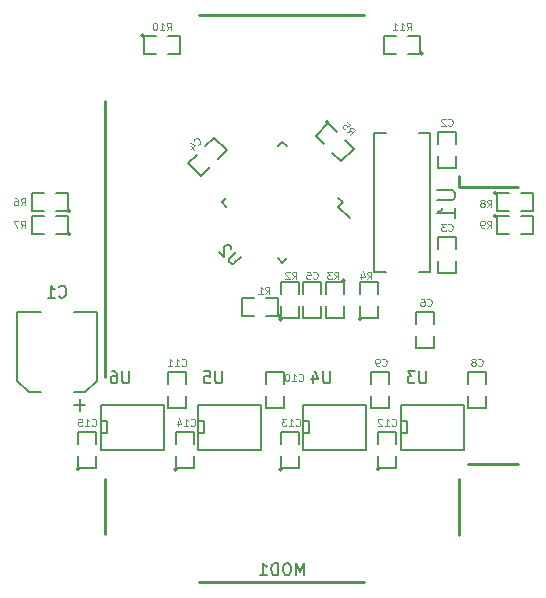
<source format=gbr>
G04 #@! TF.FileFunction,Legend,Bot*
%FSLAX46Y46*%
G04 Gerber Fmt 4.6, Leading zero omitted, Abs format (unit mm)*
G04 Created by KiCad (PCBNEW (2015-08-30 BZR 6133)-product) date Sa 31 Okt 2015 12:30:55 CET*
%MOMM*%
G01*
G04 APERTURE LIST*
%ADD10C,0.100000*%
%ADD11C,0.254000*%
%ADD12C,0.203200*%
%ADD13C,0.127000*%
%ADD14C,0.150000*%
%ADD15C,0.101600*%
G04 APERTURE END LIST*
D10*
D11*
X111895000Y-90780000D02*
X111895000Y-89855000D01*
X81895000Y-115530000D02*
X81895000Y-120180000D01*
X81895000Y-106905000D02*
X81895000Y-83580000D01*
X116920000Y-114305000D02*
X112645000Y-114305000D01*
X111895000Y-120330000D02*
X111895000Y-115580000D01*
X116895000Y-90805000D02*
X111895000Y-90805000D01*
X103885000Y-76290000D02*
X89885000Y-76290000D01*
X89885000Y-124290000D02*
X103885000Y-124290000D01*
D12*
X79764920Y-108815500D02*
X79764920Y-109816260D01*
X79264540Y-109315880D02*
X80265300Y-109315880D01*
X79264540Y-108216060D02*
X80265300Y-108216060D01*
X80265300Y-108216060D02*
X81266060Y-107215300D01*
X81266060Y-107215300D02*
X81266060Y-101413940D01*
X75464700Y-108216060D02*
X76465460Y-108216060D01*
X74463940Y-107215300D02*
X74463940Y-101413940D01*
X75464700Y-108216060D02*
X74463940Y-107215300D01*
X76465460Y-101413940D02*
X74463940Y-101413940D01*
X81266060Y-101413940D02*
X79264540Y-101413940D01*
D13*
X110123000Y-88178000D02*
X110123000Y-89194000D01*
X110123000Y-89194000D02*
X111647000Y-89194000D01*
X111647000Y-89194000D02*
X111647000Y-88178000D01*
X111647000Y-87162000D02*
X111647000Y-86146000D01*
X111647000Y-86146000D02*
X110123000Y-86146000D01*
X110123000Y-86146000D02*
X110123000Y-87162000D01*
X111647000Y-96052000D02*
X111647000Y-95036000D01*
X111647000Y-95036000D02*
X110123000Y-95036000D01*
X110123000Y-95036000D02*
X110123000Y-96052000D01*
X110123000Y-97068000D02*
X110123000Y-98084000D01*
X110123000Y-98084000D02*
X111647000Y-98084000D01*
X111647000Y-98084000D02*
X111647000Y-97068000D01*
X91501545Y-88446086D02*
X92219965Y-87727666D01*
X92219965Y-87727666D02*
X91142334Y-86650035D01*
X91142334Y-86650035D02*
X90423914Y-87368455D01*
X89705493Y-88086876D02*
X88987073Y-88805296D01*
X88987073Y-88805296D02*
X90064704Y-89882927D01*
X90064704Y-89882927D02*
X90783124Y-89164507D01*
X100217000Y-99862000D02*
X100217000Y-98846000D01*
X100217000Y-98846000D02*
X98693000Y-98846000D01*
X98693000Y-98846000D02*
X98693000Y-99862000D01*
X98693000Y-100878000D02*
X98693000Y-101894000D01*
X98693000Y-101894000D02*
X100217000Y-101894000D01*
X100217000Y-101894000D02*
X100217000Y-100878000D01*
X109742000Y-102402000D02*
X109742000Y-101386000D01*
X109742000Y-101386000D02*
X108218000Y-101386000D01*
X108218000Y-101386000D02*
X108218000Y-102402000D01*
X108218000Y-103418000D02*
X108218000Y-104434000D01*
X108218000Y-104434000D02*
X109742000Y-104434000D01*
X109742000Y-104434000D02*
X109742000Y-103418000D01*
X114187000Y-107482000D02*
X114187000Y-106466000D01*
X114187000Y-106466000D02*
X112663000Y-106466000D01*
X112663000Y-106466000D02*
X112663000Y-107482000D01*
X112663000Y-108498000D02*
X112663000Y-109514000D01*
X112663000Y-109514000D02*
X114187000Y-109514000D01*
X114187000Y-109514000D02*
X114187000Y-108498000D01*
X105932000Y-107482000D02*
X105932000Y-106466000D01*
X105932000Y-106466000D02*
X104408000Y-106466000D01*
X104408000Y-106466000D02*
X104408000Y-107482000D01*
X104408000Y-108498000D02*
X104408000Y-109514000D01*
X104408000Y-109514000D02*
X105932000Y-109514000D01*
X105932000Y-109514000D02*
X105932000Y-108498000D01*
X97042000Y-107482000D02*
X97042000Y-106466000D01*
X97042000Y-106466000D02*
X95518000Y-106466000D01*
X95518000Y-106466000D02*
X95518000Y-107482000D01*
X95518000Y-108498000D02*
X95518000Y-109514000D01*
X95518000Y-109514000D02*
X97042000Y-109514000D01*
X97042000Y-109514000D02*
X97042000Y-108498000D01*
X88787000Y-107482000D02*
X88787000Y-106466000D01*
X88787000Y-106466000D02*
X87263000Y-106466000D01*
X87263000Y-106466000D02*
X87263000Y-107482000D01*
X87263000Y-108498000D02*
X87263000Y-109514000D01*
X87263000Y-109514000D02*
X88787000Y-109514000D01*
X88787000Y-109514000D02*
X88787000Y-108498000D01*
X105170000Y-114721000D02*
G75*
G03X105170000Y-114721000I-127000J0D01*
G01*
X105043000Y-113578000D02*
X105043000Y-114594000D01*
X105043000Y-114594000D02*
X106567000Y-114594000D01*
X106567000Y-114594000D02*
X106567000Y-113578000D01*
X106567000Y-112562000D02*
X106567000Y-111546000D01*
X106567000Y-111546000D02*
X105043000Y-111546000D01*
X105043000Y-111546000D02*
X105043000Y-112562000D01*
X96915000Y-114721000D02*
G75*
G03X96915000Y-114721000I-127000J0D01*
G01*
X96788000Y-113578000D02*
X96788000Y-114594000D01*
X96788000Y-114594000D02*
X98312000Y-114594000D01*
X98312000Y-114594000D02*
X98312000Y-113578000D01*
X98312000Y-112562000D02*
X98312000Y-111546000D01*
X98312000Y-111546000D02*
X96788000Y-111546000D01*
X96788000Y-111546000D02*
X96788000Y-112562000D01*
X88025000Y-114721000D02*
G75*
G03X88025000Y-114721000I-127000J0D01*
G01*
X87898000Y-113578000D02*
X87898000Y-114594000D01*
X87898000Y-114594000D02*
X89422000Y-114594000D01*
X89422000Y-114594000D02*
X89422000Y-113578000D01*
X89422000Y-112562000D02*
X89422000Y-111546000D01*
X89422000Y-111546000D02*
X87898000Y-111546000D01*
X87898000Y-111546000D02*
X87898000Y-112562000D01*
X79770000Y-114721000D02*
G75*
G03X79770000Y-114721000I-127000J0D01*
G01*
X79643000Y-113578000D02*
X79643000Y-114594000D01*
X79643000Y-114594000D02*
X81167000Y-114594000D01*
X81167000Y-114594000D02*
X81167000Y-113578000D01*
X81167000Y-112562000D02*
X81167000Y-111546000D01*
X81167000Y-111546000D02*
X79643000Y-111546000D01*
X79643000Y-111546000D02*
X79643000Y-112562000D01*
X96788000Y-101767000D02*
G75*
G03X96788000Y-101767000I-127000J0D01*
G01*
X95518000Y-101767000D02*
X96534000Y-101767000D01*
X96534000Y-101767000D02*
X96534000Y-100243000D01*
X96534000Y-100243000D02*
X95518000Y-100243000D01*
X94502000Y-100243000D02*
X93486000Y-100243000D01*
X93486000Y-100243000D02*
X93486000Y-101767000D01*
X93486000Y-101767000D02*
X94502000Y-101767000D01*
X96915000Y-102021000D02*
G75*
G03X96915000Y-102021000I-127000J0D01*
G01*
X96788000Y-100878000D02*
X96788000Y-101894000D01*
X96788000Y-101894000D02*
X98312000Y-101894000D01*
X98312000Y-101894000D02*
X98312000Y-100878000D01*
X98312000Y-99862000D02*
X98312000Y-98846000D01*
X98312000Y-98846000D02*
X96788000Y-98846000D01*
X96788000Y-98846000D02*
X96788000Y-99862000D01*
X102249000Y-98719000D02*
G75*
G03X102249000Y-98719000I-127000J0D01*
G01*
X102122000Y-99862000D02*
X102122000Y-98846000D01*
X102122000Y-98846000D02*
X100598000Y-98846000D01*
X100598000Y-98846000D02*
X100598000Y-99862000D01*
X100598000Y-100878000D02*
X100598000Y-101894000D01*
X100598000Y-101894000D02*
X102122000Y-101894000D01*
X102122000Y-101894000D02*
X102122000Y-100878000D01*
X103646000Y-102021000D02*
G75*
G03X103646000Y-102021000I-127000J0D01*
G01*
X103519000Y-100878000D02*
X103519000Y-101894000D01*
X103519000Y-101894000D02*
X105043000Y-101894000D01*
X105043000Y-101894000D02*
X105043000Y-100878000D01*
X105043000Y-99862000D02*
X105043000Y-98846000D01*
X105043000Y-98846000D02*
X103519000Y-98846000D01*
X103519000Y-98846000D02*
X103519000Y-99862000D01*
X100858382Y-85328751D02*
G75*
G03X100858382Y-85328751I-127000J0D01*
G01*
X101539605Y-86136974D02*
X100821185Y-85418554D01*
X100821185Y-85418554D02*
X99743554Y-86496185D01*
X99743554Y-86496185D02*
X100461974Y-87214605D01*
X101180395Y-87933026D02*
X101898815Y-88651446D01*
X101898815Y-88651446D02*
X102976446Y-87573815D01*
X102976446Y-87573815D02*
X102258026Y-86855395D01*
X79008000Y-92877000D02*
G75*
G03X79008000Y-92877000I-127000J0D01*
G01*
X77738000Y-92877000D02*
X78754000Y-92877000D01*
X78754000Y-92877000D02*
X78754000Y-91353000D01*
X78754000Y-91353000D02*
X77738000Y-91353000D01*
X76722000Y-91353000D02*
X75706000Y-91353000D01*
X75706000Y-91353000D02*
X75706000Y-92877000D01*
X75706000Y-92877000D02*
X76722000Y-92877000D01*
X79008000Y-94782000D02*
G75*
G03X79008000Y-94782000I-127000J0D01*
G01*
X77738000Y-94782000D02*
X78754000Y-94782000D01*
X78754000Y-94782000D02*
X78754000Y-93258000D01*
X78754000Y-93258000D02*
X77738000Y-93258000D01*
X76722000Y-93258000D02*
X75706000Y-93258000D01*
X75706000Y-93258000D02*
X75706000Y-94782000D01*
X75706000Y-94782000D02*
X76722000Y-94782000D01*
X115076000Y-91353000D02*
G75*
G03X115076000Y-91353000I-127000J0D01*
G01*
X116092000Y-91353000D02*
X115076000Y-91353000D01*
X115076000Y-91353000D02*
X115076000Y-92877000D01*
X115076000Y-92877000D02*
X116092000Y-92877000D01*
X117108000Y-92877000D02*
X118124000Y-92877000D01*
X118124000Y-92877000D02*
X118124000Y-91353000D01*
X118124000Y-91353000D02*
X117108000Y-91353000D01*
X115076000Y-93258000D02*
G75*
G03X115076000Y-93258000I-127000J0D01*
G01*
X116092000Y-93258000D02*
X115076000Y-93258000D01*
X115076000Y-93258000D02*
X115076000Y-94782000D01*
X115076000Y-94782000D02*
X116092000Y-94782000D01*
X117108000Y-94782000D02*
X118124000Y-94782000D01*
X118124000Y-94782000D02*
X118124000Y-93258000D01*
X118124000Y-93258000D02*
X117108000Y-93258000D01*
X85231000Y-78018000D02*
G75*
G03X85231000Y-78018000I-127000J0D01*
G01*
X86247000Y-78018000D02*
X85231000Y-78018000D01*
X85231000Y-78018000D02*
X85231000Y-79542000D01*
X85231000Y-79542000D02*
X86247000Y-79542000D01*
X87263000Y-79542000D02*
X88279000Y-79542000D01*
X88279000Y-79542000D02*
X88279000Y-78018000D01*
X88279000Y-78018000D02*
X87263000Y-78018000D01*
X108853000Y-79542000D02*
G75*
G03X108853000Y-79542000I-127000J0D01*
G01*
X107583000Y-79542000D02*
X108599000Y-79542000D01*
X108599000Y-79542000D02*
X108599000Y-78018000D01*
X108599000Y-78018000D02*
X107583000Y-78018000D01*
X106567000Y-78018000D02*
X105551000Y-78018000D01*
X105551000Y-78018000D02*
X105551000Y-79542000D01*
X105551000Y-79542000D02*
X106567000Y-79542000D01*
D12*
X109475300Y-86214580D02*
X108474540Y-86214580D01*
X104674700Y-86214580D02*
X105675460Y-86214580D01*
X104674700Y-98015420D02*
X105675460Y-98015420D01*
X109475300Y-98015420D02*
X108474540Y-98015420D01*
X109475300Y-86214580D02*
X109475300Y-98015420D01*
X104674700Y-98015420D02*
X104674700Y-86214580D01*
D14*
X102041524Y-92115000D02*
X101670293Y-92486231D01*
X96915000Y-86988476D02*
X96543769Y-87359707D01*
X91788476Y-92115000D02*
X92159707Y-91743769D01*
X96915000Y-97241524D02*
X97286231Y-96870293D01*
X102041524Y-92115000D02*
X101670293Y-91743769D01*
X96915000Y-97241524D02*
X96543769Y-96870293D01*
X91788476Y-92115000D02*
X92159707Y-92486231D01*
X96915000Y-86988476D02*
X97286231Y-87359707D01*
X101670293Y-92486231D02*
X102642565Y-93458503D01*
D12*
X106948000Y-109387000D02*
X106948000Y-109260000D01*
X106948000Y-109260000D02*
X112282000Y-109260000D01*
X112282000Y-113070000D02*
X106948000Y-113070000D01*
X106948000Y-113070000D02*
X106948000Y-109387000D01*
X106948000Y-111673000D02*
X107456000Y-111673000D01*
X107456000Y-111673000D02*
X107456000Y-110657000D01*
X107456000Y-110657000D02*
X106948000Y-110657000D01*
X112282000Y-113070000D02*
X112282000Y-109260000D01*
X98693000Y-109387000D02*
X98693000Y-109260000D01*
X98693000Y-109260000D02*
X104027000Y-109260000D01*
X104027000Y-113070000D02*
X98693000Y-113070000D01*
X98693000Y-113070000D02*
X98693000Y-109387000D01*
X98693000Y-111673000D02*
X99201000Y-111673000D01*
X99201000Y-111673000D02*
X99201000Y-110657000D01*
X99201000Y-110657000D02*
X98693000Y-110657000D01*
X104027000Y-113070000D02*
X104027000Y-109260000D01*
X89803000Y-109387000D02*
X89803000Y-109260000D01*
X89803000Y-109260000D02*
X95137000Y-109260000D01*
X95137000Y-113070000D02*
X89803000Y-113070000D01*
X89803000Y-113070000D02*
X89803000Y-109387000D01*
X89803000Y-111673000D02*
X90311000Y-111673000D01*
X90311000Y-111673000D02*
X90311000Y-110657000D01*
X90311000Y-110657000D02*
X89803000Y-110657000D01*
X95137000Y-113070000D02*
X95137000Y-109260000D01*
X81548000Y-109387000D02*
X81548000Y-109260000D01*
X81548000Y-109260000D02*
X86882000Y-109260000D01*
X86882000Y-113070000D02*
X81548000Y-113070000D01*
X81548000Y-113070000D02*
X81548000Y-109387000D01*
X81548000Y-111673000D02*
X82056000Y-111673000D01*
X82056000Y-111673000D02*
X82056000Y-110657000D01*
X82056000Y-110657000D02*
X81548000Y-110657000D01*
X86882000Y-113070000D02*
X86882000Y-109260000D01*
D14*
X98748333Y-123682381D02*
X98748333Y-122682381D01*
X98414999Y-123396667D01*
X98081666Y-122682381D01*
X98081666Y-123682381D01*
X97415000Y-122682381D02*
X97224523Y-122682381D01*
X97129285Y-122730000D01*
X97034047Y-122825238D01*
X96986428Y-123015714D01*
X96986428Y-123349048D01*
X97034047Y-123539524D01*
X97129285Y-123634762D01*
X97224523Y-123682381D01*
X97415000Y-123682381D01*
X97510238Y-123634762D01*
X97605476Y-123539524D01*
X97653095Y-123349048D01*
X97653095Y-123015714D01*
X97605476Y-122825238D01*
X97510238Y-122730000D01*
X97415000Y-122682381D01*
X96557857Y-123682381D02*
X96557857Y-122682381D01*
X96319762Y-122682381D01*
X96176904Y-122730000D01*
X96081666Y-122825238D01*
X96034047Y-122920476D01*
X95986428Y-123110952D01*
X95986428Y-123253810D01*
X96034047Y-123444286D01*
X96081666Y-123539524D01*
X96176904Y-123634762D01*
X96319762Y-123682381D01*
X96557857Y-123682381D01*
X95034047Y-123682381D02*
X95605476Y-123682381D01*
X95319762Y-123682381D02*
X95319762Y-122682381D01*
X95415000Y-122825238D01*
X95510238Y-122920476D01*
X95605476Y-122968095D01*
X78031666Y-100092143D02*
X78079285Y-100139762D01*
X78222142Y-100187381D01*
X78317380Y-100187381D01*
X78460238Y-100139762D01*
X78555476Y-100044524D01*
X78603095Y-99949286D01*
X78650714Y-99758810D01*
X78650714Y-99615952D01*
X78603095Y-99425476D01*
X78555476Y-99330238D01*
X78460238Y-99235000D01*
X78317380Y-99187381D01*
X78222142Y-99187381D01*
X78079285Y-99235000D01*
X78031666Y-99282619D01*
X77079285Y-100187381D02*
X77650714Y-100187381D01*
X77365000Y-100187381D02*
X77365000Y-99187381D01*
X77460238Y-99330238D01*
X77555476Y-99425476D01*
X77650714Y-99473095D01*
D15*
X110986599Y-85601714D02*
X111015628Y-85630743D01*
X111102714Y-85659771D01*
X111160771Y-85659771D01*
X111247856Y-85630743D01*
X111305914Y-85572686D01*
X111334942Y-85514629D01*
X111363971Y-85398514D01*
X111363971Y-85311429D01*
X111334942Y-85195314D01*
X111305914Y-85137257D01*
X111247856Y-85079200D01*
X111160771Y-85050171D01*
X111102714Y-85050171D01*
X111015628Y-85079200D01*
X110986599Y-85108229D01*
X110754371Y-85108229D02*
X110725342Y-85079200D01*
X110667285Y-85050171D01*
X110522142Y-85050171D01*
X110464085Y-85079200D01*
X110435056Y-85108229D01*
X110406028Y-85166286D01*
X110406028Y-85224343D01*
X110435056Y-85311429D01*
X110783399Y-85659771D01*
X110406028Y-85659771D01*
X110986599Y-94491714D02*
X111015628Y-94520743D01*
X111102714Y-94549771D01*
X111160771Y-94549771D01*
X111247856Y-94520743D01*
X111305914Y-94462686D01*
X111334942Y-94404629D01*
X111363971Y-94288514D01*
X111363971Y-94201429D01*
X111334942Y-94085314D01*
X111305914Y-94027257D01*
X111247856Y-93969200D01*
X111160771Y-93940171D01*
X111102714Y-93940171D01*
X111015628Y-93969200D01*
X110986599Y-93998229D01*
X110783399Y-93940171D02*
X110406028Y-93940171D01*
X110609228Y-94172400D01*
X110522142Y-94172400D01*
X110464085Y-94201429D01*
X110435056Y-94230457D01*
X110406028Y-94288514D01*
X110406028Y-94433657D01*
X110435056Y-94491714D01*
X110464085Y-94520743D01*
X110522142Y-94549771D01*
X110696314Y-94549771D01*
X110754371Y-94520743D01*
X110783399Y-94491714D01*
X89774787Y-87244106D02*
X89815841Y-87244106D01*
X89897946Y-87203052D01*
X89938998Y-87162000D01*
X89980051Y-87079896D01*
X89980051Y-86997790D01*
X89959525Y-86936212D01*
X89897946Y-86833579D01*
X89836367Y-86772001D01*
X89733735Y-86710422D01*
X89672156Y-86689895D01*
X89590051Y-86689896D01*
X89507946Y-86730948D01*
X89466893Y-86772000D01*
X89425841Y-86854106D01*
X89425841Y-86895159D01*
X89158998Y-87367263D02*
X89446367Y-87654631D01*
X89097420Y-87100422D02*
X89507946Y-87305684D01*
X89241103Y-87572526D01*
X99556599Y-98555714D02*
X99585628Y-98584743D01*
X99672714Y-98613771D01*
X99730771Y-98613771D01*
X99817856Y-98584743D01*
X99875914Y-98526686D01*
X99904942Y-98468629D01*
X99933971Y-98352514D01*
X99933971Y-98265429D01*
X99904942Y-98149314D01*
X99875914Y-98091257D01*
X99817856Y-98033200D01*
X99730771Y-98004171D01*
X99672714Y-98004171D01*
X99585628Y-98033200D01*
X99556599Y-98062229D01*
X99005056Y-98004171D02*
X99295342Y-98004171D01*
X99324371Y-98294457D01*
X99295342Y-98265429D01*
X99237285Y-98236400D01*
X99092142Y-98236400D01*
X99034085Y-98265429D01*
X99005056Y-98294457D01*
X98976028Y-98352514D01*
X98976028Y-98497657D01*
X99005056Y-98555714D01*
X99034085Y-98584743D01*
X99092142Y-98613771D01*
X99237285Y-98613771D01*
X99295342Y-98584743D01*
X99324371Y-98555714D01*
X109208599Y-100841714D02*
X109237628Y-100870743D01*
X109324714Y-100899771D01*
X109382771Y-100899771D01*
X109469856Y-100870743D01*
X109527914Y-100812686D01*
X109556942Y-100754629D01*
X109585971Y-100638514D01*
X109585971Y-100551429D01*
X109556942Y-100435314D01*
X109527914Y-100377257D01*
X109469856Y-100319200D01*
X109382771Y-100290171D01*
X109324714Y-100290171D01*
X109237628Y-100319200D01*
X109208599Y-100348229D01*
X108686085Y-100290171D02*
X108802199Y-100290171D01*
X108860256Y-100319200D01*
X108889285Y-100348229D01*
X108947342Y-100435314D01*
X108976371Y-100551429D01*
X108976371Y-100783657D01*
X108947342Y-100841714D01*
X108918314Y-100870743D01*
X108860256Y-100899771D01*
X108744142Y-100899771D01*
X108686085Y-100870743D01*
X108657056Y-100841714D01*
X108628028Y-100783657D01*
X108628028Y-100638514D01*
X108657056Y-100580457D01*
X108686085Y-100551429D01*
X108744142Y-100522400D01*
X108860256Y-100522400D01*
X108918314Y-100551429D01*
X108947342Y-100580457D01*
X108976371Y-100638514D01*
X113526599Y-105921714D02*
X113555628Y-105950743D01*
X113642714Y-105979771D01*
X113700771Y-105979771D01*
X113787856Y-105950743D01*
X113845914Y-105892686D01*
X113874942Y-105834629D01*
X113903971Y-105718514D01*
X113903971Y-105631429D01*
X113874942Y-105515314D01*
X113845914Y-105457257D01*
X113787856Y-105399200D01*
X113700771Y-105370171D01*
X113642714Y-105370171D01*
X113555628Y-105399200D01*
X113526599Y-105428229D01*
X113178256Y-105631429D02*
X113236314Y-105602400D01*
X113265342Y-105573371D01*
X113294371Y-105515314D01*
X113294371Y-105486286D01*
X113265342Y-105428229D01*
X113236314Y-105399200D01*
X113178256Y-105370171D01*
X113062142Y-105370171D01*
X113004085Y-105399200D01*
X112975056Y-105428229D01*
X112946028Y-105486286D01*
X112946028Y-105515314D01*
X112975056Y-105573371D01*
X113004085Y-105602400D01*
X113062142Y-105631429D01*
X113178256Y-105631429D01*
X113236314Y-105660457D01*
X113265342Y-105689486D01*
X113294371Y-105747543D01*
X113294371Y-105863657D01*
X113265342Y-105921714D01*
X113236314Y-105950743D01*
X113178256Y-105979771D01*
X113062142Y-105979771D01*
X113004085Y-105950743D01*
X112975056Y-105921714D01*
X112946028Y-105863657D01*
X112946028Y-105747543D01*
X112975056Y-105689486D01*
X113004085Y-105660457D01*
X113062142Y-105631429D01*
X105398599Y-105921714D02*
X105427628Y-105950743D01*
X105514714Y-105979771D01*
X105572771Y-105979771D01*
X105659856Y-105950743D01*
X105717914Y-105892686D01*
X105746942Y-105834629D01*
X105775971Y-105718514D01*
X105775971Y-105631429D01*
X105746942Y-105515314D01*
X105717914Y-105457257D01*
X105659856Y-105399200D01*
X105572771Y-105370171D01*
X105514714Y-105370171D01*
X105427628Y-105399200D01*
X105398599Y-105428229D01*
X105108314Y-105979771D02*
X104992199Y-105979771D01*
X104934142Y-105950743D01*
X104905114Y-105921714D01*
X104847056Y-105834629D01*
X104818028Y-105718514D01*
X104818028Y-105486286D01*
X104847056Y-105428229D01*
X104876085Y-105399200D01*
X104934142Y-105370171D01*
X105050256Y-105370171D01*
X105108314Y-105399200D01*
X105137342Y-105428229D01*
X105166371Y-105486286D01*
X105166371Y-105631429D01*
X105137342Y-105689486D01*
X105108314Y-105718514D01*
X105050256Y-105747543D01*
X104934142Y-105747543D01*
X104876085Y-105718514D01*
X104847056Y-105689486D01*
X104818028Y-105631429D01*
X98322885Y-107191714D02*
X98351914Y-107220743D01*
X98439000Y-107249771D01*
X98497057Y-107249771D01*
X98584142Y-107220743D01*
X98642200Y-107162686D01*
X98671228Y-107104629D01*
X98700257Y-106988514D01*
X98700257Y-106901429D01*
X98671228Y-106785314D01*
X98642200Y-106727257D01*
X98584142Y-106669200D01*
X98497057Y-106640171D01*
X98439000Y-106640171D01*
X98351914Y-106669200D01*
X98322885Y-106698229D01*
X97742314Y-107249771D02*
X98090657Y-107249771D01*
X97916485Y-107249771D02*
X97916485Y-106640171D01*
X97974542Y-106727257D01*
X98032600Y-106785314D01*
X98090657Y-106814343D01*
X97364943Y-106640171D02*
X97306886Y-106640171D01*
X97248829Y-106669200D01*
X97219800Y-106698229D01*
X97190771Y-106756286D01*
X97161743Y-106872400D01*
X97161743Y-107017543D01*
X97190771Y-107133657D01*
X97219800Y-107191714D01*
X97248829Y-107220743D01*
X97306886Y-107249771D01*
X97364943Y-107249771D01*
X97423000Y-107220743D01*
X97452029Y-107191714D01*
X97481057Y-107133657D01*
X97510086Y-107017543D01*
X97510086Y-106872400D01*
X97481057Y-106756286D01*
X97452029Y-106698229D01*
X97423000Y-106669200D01*
X97364943Y-106640171D01*
X88416885Y-105921714D02*
X88445914Y-105950743D01*
X88533000Y-105979771D01*
X88591057Y-105979771D01*
X88678142Y-105950743D01*
X88736200Y-105892686D01*
X88765228Y-105834629D01*
X88794257Y-105718514D01*
X88794257Y-105631429D01*
X88765228Y-105515314D01*
X88736200Y-105457257D01*
X88678142Y-105399200D01*
X88591057Y-105370171D01*
X88533000Y-105370171D01*
X88445914Y-105399200D01*
X88416885Y-105428229D01*
X87836314Y-105979771D02*
X88184657Y-105979771D01*
X88010485Y-105979771D02*
X88010485Y-105370171D01*
X88068542Y-105457257D01*
X88126600Y-105515314D01*
X88184657Y-105544343D01*
X87255743Y-105979771D02*
X87604086Y-105979771D01*
X87429914Y-105979771D02*
X87429914Y-105370171D01*
X87487971Y-105457257D01*
X87546029Y-105515314D01*
X87604086Y-105544343D01*
X106196885Y-111001714D02*
X106225914Y-111030743D01*
X106313000Y-111059771D01*
X106371057Y-111059771D01*
X106458142Y-111030743D01*
X106516200Y-110972686D01*
X106545228Y-110914629D01*
X106574257Y-110798514D01*
X106574257Y-110711429D01*
X106545228Y-110595314D01*
X106516200Y-110537257D01*
X106458142Y-110479200D01*
X106371057Y-110450171D01*
X106313000Y-110450171D01*
X106225914Y-110479200D01*
X106196885Y-110508229D01*
X105616314Y-111059771D02*
X105964657Y-111059771D01*
X105790485Y-111059771D02*
X105790485Y-110450171D01*
X105848542Y-110537257D01*
X105906600Y-110595314D01*
X105964657Y-110624343D01*
X105384086Y-110508229D02*
X105355057Y-110479200D01*
X105297000Y-110450171D01*
X105151857Y-110450171D01*
X105093800Y-110479200D01*
X105064771Y-110508229D01*
X105035743Y-110566286D01*
X105035743Y-110624343D01*
X105064771Y-110711429D01*
X105413114Y-111059771D01*
X105035743Y-111059771D01*
X98068885Y-111001714D02*
X98097914Y-111030743D01*
X98185000Y-111059771D01*
X98243057Y-111059771D01*
X98330142Y-111030743D01*
X98388200Y-110972686D01*
X98417228Y-110914629D01*
X98446257Y-110798514D01*
X98446257Y-110711429D01*
X98417228Y-110595314D01*
X98388200Y-110537257D01*
X98330142Y-110479200D01*
X98243057Y-110450171D01*
X98185000Y-110450171D01*
X98097914Y-110479200D01*
X98068885Y-110508229D01*
X97488314Y-111059771D02*
X97836657Y-111059771D01*
X97662485Y-111059771D02*
X97662485Y-110450171D01*
X97720542Y-110537257D01*
X97778600Y-110595314D01*
X97836657Y-110624343D01*
X97285114Y-110450171D02*
X96907743Y-110450171D01*
X97110943Y-110682400D01*
X97023857Y-110682400D01*
X96965800Y-110711429D01*
X96936771Y-110740457D01*
X96907743Y-110798514D01*
X96907743Y-110943657D01*
X96936771Y-111001714D01*
X96965800Y-111030743D01*
X97023857Y-111059771D01*
X97198029Y-111059771D01*
X97256086Y-111030743D01*
X97285114Y-111001714D01*
X89178885Y-111001714D02*
X89207914Y-111030743D01*
X89295000Y-111059771D01*
X89353057Y-111059771D01*
X89440142Y-111030743D01*
X89498200Y-110972686D01*
X89527228Y-110914629D01*
X89556257Y-110798514D01*
X89556257Y-110711429D01*
X89527228Y-110595314D01*
X89498200Y-110537257D01*
X89440142Y-110479200D01*
X89353057Y-110450171D01*
X89295000Y-110450171D01*
X89207914Y-110479200D01*
X89178885Y-110508229D01*
X88598314Y-111059771D02*
X88946657Y-111059771D01*
X88772485Y-111059771D02*
X88772485Y-110450171D01*
X88830542Y-110537257D01*
X88888600Y-110595314D01*
X88946657Y-110624343D01*
X88075800Y-110653371D02*
X88075800Y-111059771D01*
X88220943Y-110421143D02*
X88366086Y-110856571D01*
X87988714Y-110856571D01*
X80796885Y-111001714D02*
X80825914Y-111030743D01*
X80913000Y-111059771D01*
X80971057Y-111059771D01*
X81058142Y-111030743D01*
X81116200Y-110972686D01*
X81145228Y-110914629D01*
X81174257Y-110798514D01*
X81174257Y-110711429D01*
X81145228Y-110595314D01*
X81116200Y-110537257D01*
X81058142Y-110479200D01*
X80971057Y-110450171D01*
X80913000Y-110450171D01*
X80825914Y-110479200D01*
X80796885Y-110508229D01*
X80216314Y-111059771D02*
X80564657Y-111059771D01*
X80390485Y-111059771D02*
X80390485Y-110450171D01*
X80448542Y-110537257D01*
X80506600Y-110595314D01*
X80564657Y-110624343D01*
X79664771Y-110450171D02*
X79955057Y-110450171D01*
X79984086Y-110740457D01*
X79955057Y-110711429D01*
X79897000Y-110682400D01*
X79751857Y-110682400D01*
X79693800Y-110711429D01*
X79664771Y-110740457D01*
X79635743Y-110798514D01*
X79635743Y-110943657D01*
X79664771Y-111001714D01*
X79693800Y-111030743D01*
X79751857Y-111059771D01*
X79897000Y-111059771D01*
X79955057Y-111030743D01*
X79984086Y-111001714D01*
X95492599Y-99883771D02*
X95695799Y-99593486D01*
X95840942Y-99883771D02*
X95840942Y-99274171D01*
X95608714Y-99274171D01*
X95550656Y-99303200D01*
X95521628Y-99332229D01*
X95492599Y-99390286D01*
X95492599Y-99477371D01*
X95521628Y-99535429D01*
X95550656Y-99564457D01*
X95608714Y-99593486D01*
X95840942Y-99593486D01*
X94912028Y-99883771D02*
X95260371Y-99883771D01*
X95086199Y-99883771D02*
X95086199Y-99274171D01*
X95144256Y-99361257D01*
X95202314Y-99419314D01*
X95260371Y-99448343D01*
X97778599Y-98613771D02*
X97981799Y-98323486D01*
X98126942Y-98613771D02*
X98126942Y-98004171D01*
X97894714Y-98004171D01*
X97836656Y-98033200D01*
X97807628Y-98062229D01*
X97778599Y-98120286D01*
X97778599Y-98207371D01*
X97807628Y-98265429D01*
X97836656Y-98294457D01*
X97894714Y-98323486D01*
X98126942Y-98323486D01*
X97546371Y-98062229D02*
X97517342Y-98033200D01*
X97459285Y-98004171D01*
X97314142Y-98004171D01*
X97256085Y-98033200D01*
X97227056Y-98062229D01*
X97198028Y-98120286D01*
X97198028Y-98178343D01*
X97227056Y-98265429D01*
X97575399Y-98613771D01*
X97198028Y-98613771D01*
X101334599Y-98613771D02*
X101537799Y-98323486D01*
X101682942Y-98613771D02*
X101682942Y-98004171D01*
X101450714Y-98004171D01*
X101392656Y-98033200D01*
X101363628Y-98062229D01*
X101334599Y-98120286D01*
X101334599Y-98207371D01*
X101363628Y-98265429D01*
X101392656Y-98294457D01*
X101450714Y-98323486D01*
X101682942Y-98323486D01*
X101131399Y-98004171D02*
X100754028Y-98004171D01*
X100957228Y-98236400D01*
X100870142Y-98236400D01*
X100812085Y-98265429D01*
X100783056Y-98294457D01*
X100754028Y-98352514D01*
X100754028Y-98497657D01*
X100783056Y-98555714D01*
X100812085Y-98584743D01*
X100870142Y-98613771D01*
X101044314Y-98613771D01*
X101102371Y-98584743D01*
X101131399Y-98555714D01*
X104128599Y-98613771D02*
X104331799Y-98323486D01*
X104476942Y-98613771D02*
X104476942Y-98004171D01*
X104244714Y-98004171D01*
X104186656Y-98033200D01*
X104157628Y-98062229D01*
X104128599Y-98120286D01*
X104128599Y-98207371D01*
X104157628Y-98265429D01*
X104186656Y-98294457D01*
X104244714Y-98323486D01*
X104476942Y-98323486D01*
X103606085Y-98207371D02*
X103606085Y-98613771D01*
X103751228Y-97975143D02*
X103896371Y-98410571D01*
X103518999Y-98410571D01*
X102379842Y-86158841D02*
X102728788Y-86097262D01*
X102626157Y-86405157D02*
X103057210Y-85974104D01*
X102893000Y-85809894D01*
X102831420Y-85789368D01*
X102790367Y-85789368D01*
X102728788Y-85809894D01*
X102667210Y-85871473D01*
X102646683Y-85933052D01*
X102646683Y-85974104D01*
X102667210Y-86035684D01*
X102831420Y-86199894D01*
X102420894Y-85337789D02*
X102626157Y-85543052D01*
X102441421Y-85768842D01*
X102441420Y-85727789D01*
X102420894Y-85666210D01*
X102318263Y-85563579D01*
X102256684Y-85543053D01*
X102215631Y-85543052D01*
X102154053Y-85563579D01*
X102051421Y-85666210D01*
X102030895Y-85727789D01*
X102030895Y-85768842D01*
X102051421Y-85830420D01*
X102154053Y-85933052D01*
X102215631Y-85953578D01*
X102256684Y-85953578D01*
X74791599Y-92390771D02*
X74994799Y-92100486D01*
X75139942Y-92390771D02*
X75139942Y-91781171D01*
X74907714Y-91781171D01*
X74849656Y-91810200D01*
X74820628Y-91839229D01*
X74791599Y-91897286D01*
X74791599Y-91984371D01*
X74820628Y-92042429D01*
X74849656Y-92071457D01*
X74907714Y-92100486D01*
X75139942Y-92100486D01*
X74269085Y-91781171D02*
X74385199Y-91781171D01*
X74443256Y-91810200D01*
X74472285Y-91839229D01*
X74530342Y-91926314D01*
X74559371Y-92042429D01*
X74559371Y-92274657D01*
X74530342Y-92332714D01*
X74501314Y-92361743D01*
X74443256Y-92390771D01*
X74327142Y-92390771D01*
X74269085Y-92361743D01*
X74240056Y-92332714D01*
X74211028Y-92274657D01*
X74211028Y-92129514D01*
X74240056Y-92071457D01*
X74269085Y-92042429D01*
X74327142Y-92013400D01*
X74443256Y-92013400D01*
X74501314Y-92042429D01*
X74530342Y-92071457D01*
X74559371Y-92129514D01*
X74791599Y-94295771D02*
X74994799Y-94005486D01*
X75139942Y-94295771D02*
X75139942Y-93686171D01*
X74907714Y-93686171D01*
X74849656Y-93715200D01*
X74820628Y-93744229D01*
X74791599Y-93802286D01*
X74791599Y-93889371D01*
X74820628Y-93947429D01*
X74849656Y-93976457D01*
X74907714Y-94005486D01*
X75139942Y-94005486D01*
X74588399Y-93686171D02*
X74181999Y-93686171D01*
X74443256Y-94295771D01*
X114288599Y-92517771D02*
X114491799Y-92227486D01*
X114636942Y-92517771D02*
X114636942Y-91908171D01*
X114404714Y-91908171D01*
X114346656Y-91937200D01*
X114317628Y-91966229D01*
X114288599Y-92024286D01*
X114288599Y-92111371D01*
X114317628Y-92169429D01*
X114346656Y-92198457D01*
X114404714Y-92227486D01*
X114636942Y-92227486D01*
X113940256Y-92169429D02*
X113998314Y-92140400D01*
X114027342Y-92111371D01*
X114056371Y-92053314D01*
X114056371Y-92024286D01*
X114027342Y-91966229D01*
X113998314Y-91937200D01*
X113940256Y-91908171D01*
X113824142Y-91908171D01*
X113766085Y-91937200D01*
X113737056Y-91966229D01*
X113708028Y-92024286D01*
X113708028Y-92053314D01*
X113737056Y-92111371D01*
X113766085Y-92140400D01*
X113824142Y-92169429D01*
X113940256Y-92169429D01*
X113998314Y-92198457D01*
X114027342Y-92227486D01*
X114056371Y-92285543D01*
X114056371Y-92401657D01*
X114027342Y-92459714D01*
X113998314Y-92488743D01*
X113940256Y-92517771D01*
X113824142Y-92517771D01*
X113766085Y-92488743D01*
X113737056Y-92459714D01*
X113708028Y-92401657D01*
X113708028Y-92285543D01*
X113737056Y-92227486D01*
X113766085Y-92198457D01*
X113824142Y-92169429D01*
X114288599Y-94295771D02*
X114491799Y-94005486D01*
X114636942Y-94295771D02*
X114636942Y-93686171D01*
X114404714Y-93686171D01*
X114346656Y-93715200D01*
X114317628Y-93744229D01*
X114288599Y-93802286D01*
X114288599Y-93889371D01*
X114317628Y-93947429D01*
X114346656Y-93976457D01*
X114404714Y-94005486D01*
X114636942Y-94005486D01*
X113998314Y-94295771D02*
X113882199Y-94295771D01*
X113824142Y-94266743D01*
X113795114Y-94237714D01*
X113737056Y-94150629D01*
X113708028Y-94034514D01*
X113708028Y-93802286D01*
X113737056Y-93744229D01*
X113766085Y-93715200D01*
X113824142Y-93686171D01*
X113940256Y-93686171D01*
X113998314Y-93715200D01*
X114027342Y-93744229D01*
X114056371Y-93802286D01*
X114056371Y-93947429D01*
X114027342Y-94005486D01*
X113998314Y-94034514D01*
X113940256Y-94063543D01*
X113824142Y-94063543D01*
X113766085Y-94034514D01*
X113737056Y-94005486D01*
X113708028Y-93947429D01*
X87146885Y-77531771D02*
X87350085Y-77241486D01*
X87495228Y-77531771D02*
X87495228Y-76922171D01*
X87263000Y-76922171D01*
X87204942Y-76951200D01*
X87175914Y-76980229D01*
X87146885Y-77038286D01*
X87146885Y-77125371D01*
X87175914Y-77183429D01*
X87204942Y-77212457D01*
X87263000Y-77241486D01*
X87495228Y-77241486D01*
X86566314Y-77531771D02*
X86914657Y-77531771D01*
X86740485Y-77531771D02*
X86740485Y-76922171D01*
X86798542Y-77009257D01*
X86856600Y-77067314D01*
X86914657Y-77096343D01*
X86188943Y-76922171D02*
X86130886Y-76922171D01*
X86072829Y-76951200D01*
X86043800Y-76980229D01*
X86014771Y-77038286D01*
X85985743Y-77154400D01*
X85985743Y-77299543D01*
X86014771Y-77415657D01*
X86043800Y-77473714D01*
X86072829Y-77502743D01*
X86130886Y-77531771D01*
X86188943Y-77531771D01*
X86247000Y-77502743D01*
X86276029Y-77473714D01*
X86305057Y-77415657D01*
X86334086Y-77299543D01*
X86334086Y-77154400D01*
X86305057Y-77038286D01*
X86276029Y-76980229D01*
X86247000Y-76951200D01*
X86188943Y-76922171D01*
X107466885Y-77531771D02*
X107670085Y-77241486D01*
X107815228Y-77531771D02*
X107815228Y-76922171D01*
X107583000Y-76922171D01*
X107524942Y-76951200D01*
X107495914Y-76980229D01*
X107466885Y-77038286D01*
X107466885Y-77125371D01*
X107495914Y-77183429D01*
X107524942Y-77212457D01*
X107583000Y-77241486D01*
X107815228Y-77241486D01*
X106886314Y-77531771D02*
X107234657Y-77531771D01*
X107060485Y-77531771D02*
X107060485Y-76922171D01*
X107118542Y-77009257D01*
X107176600Y-77067314D01*
X107234657Y-77096343D01*
X106305743Y-77531771D02*
X106654086Y-77531771D01*
X106479914Y-77531771D02*
X106479914Y-76922171D01*
X106537971Y-77009257D01*
X106596029Y-77067314D01*
X106654086Y-77096343D01*
D12*
X110050429Y-91080857D02*
X111284143Y-91080857D01*
X111429286Y-91153429D01*
X111501857Y-91226000D01*
X111574429Y-91371143D01*
X111574429Y-91661429D01*
X111501857Y-91806571D01*
X111429286Y-91879143D01*
X111284143Y-91951714D01*
X110050429Y-91951714D01*
X111574429Y-93475714D02*
X111574429Y-92604857D01*
X111574429Y-93040285D02*
X110050429Y-93040285D01*
X110268143Y-92895142D01*
X110413286Y-92750000D01*
X110485857Y-92604857D01*
D14*
X93395973Y-96711523D02*
X92823553Y-97283943D01*
X92722538Y-97317615D01*
X92655195Y-97317615D01*
X92554180Y-97283943D01*
X92419492Y-97149255D01*
X92385820Y-97048240D01*
X92385820Y-96980897D01*
X92419492Y-96879882D01*
X92991912Y-96307462D01*
X92621523Y-96071760D02*
X92621523Y-96004416D01*
X92587851Y-95903401D01*
X92419492Y-95735042D01*
X92318477Y-95701370D01*
X92251133Y-95701370D01*
X92150118Y-95735042D01*
X92082775Y-95802385D01*
X92015431Y-95937072D01*
X92015431Y-96745195D01*
X91577698Y-96307462D01*
X109106905Y-106426381D02*
X109106905Y-107235905D01*
X109059286Y-107331143D01*
X109011667Y-107378762D01*
X108916429Y-107426381D01*
X108725952Y-107426381D01*
X108630714Y-107378762D01*
X108583095Y-107331143D01*
X108535476Y-107235905D01*
X108535476Y-106426381D01*
X108154524Y-106426381D02*
X107535476Y-106426381D01*
X107868810Y-106807333D01*
X107725952Y-106807333D01*
X107630714Y-106854952D01*
X107583095Y-106902571D01*
X107535476Y-106997810D01*
X107535476Y-107235905D01*
X107583095Y-107331143D01*
X107630714Y-107378762D01*
X107725952Y-107426381D01*
X108011667Y-107426381D01*
X108106905Y-107378762D01*
X108154524Y-107331143D01*
X100978905Y-106426381D02*
X100978905Y-107235905D01*
X100931286Y-107331143D01*
X100883667Y-107378762D01*
X100788429Y-107426381D01*
X100597952Y-107426381D01*
X100502714Y-107378762D01*
X100455095Y-107331143D01*
X100407476Y-107235905D01*
X100407476Y-106426381D01*
X99502714Y-106759714D02*
X99502714Y-107426381D01*
X99740810Y-106378762D02*
X99978905Y-107093048D01*
X99359857Y-107093048D01*
X91834905Y-106426381D02*
X91834905Y-107235905D01*
X91787286Y-107331143D01*
X91739667Y-107378762D01*
X91644429Y-107426381D01*
X91453952Y-107426381D01*
X91358714Y-107378762D01*
X91311095Y-107331143D01*
X91263476Y-107235905D01*
X91263476Y-106426381D01*
X90311095Y-106426381D02*
X90787286Y-106426381D01*
X90834905Y-106902571D01*
X90787286Y-106854952D01*
X90692048Y-106807333D01*
X90453952Y-106807333D01*
X90358714Y-106854952D01*
X90311095Y-106902571D01*
X90263476Y-106997810D01*
X90263476Y-107235905D01*
X90311095Y-107331143D01*
X90358714Y-107378762D01*
X90453952Y-107426381D01*
X90692048Y-107426381D01*
X90787286Y-107378762D01*
X90834905Y-107331143D01*
X83960905Y-106426381D02*
X83960905Y-107235905D01*
X83913286Y-107331143D01*
X83865667Y-107378762D01*
X83770429Y-107426381D01*
X83579952Y-107426381D01*
X83484714Y-107378762D01*
X83437095Y-107331143D01*
X83389476Y-107235905D01*
X83389476Y-106426381D01*
X82484714Y-106426381D02*
X82675191Y-106426381D01*
X82770429Y-106474000D01*
X82818048Y-106521619D01*
X82913286Y-106664476D01*
X82960905Y-106854952D01*
X82960905Y-107235905D01*
X82913286Y-107331143D01*
X82865667Y-107378762D01*
X82770429Y-107426381D01*
X82579952Y-107426381D01*
X82484714Y-107378762D01*
X82437095Y-107331143D01*
X82389476Y-107235905D01*
X82389476Y-106997810D01*
X82437095Y-106902571D01*
X82484714Y-106854952D01*
X82579952Y-106807333D01*
X82770429Y-106807333D01*
X82865667Y-106854952D01*
X82913286Y-106902571D01*
X82960905Y-106997810D01*
M02*

</source>
